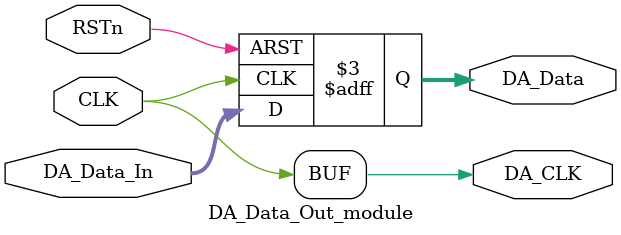
<source format=v>
module DA_Data_Out_module
(
	CLK, RSTn, DA_Data_In, DA_CLK, DA_Data
);

   input CLK;
   input RSTn;
	input [7:0]DA_Data_In;
	
   output DA_CLK; 
   output reg[7:0]DA_Data;  

   assign DA_CLK = CLK ;		

   always @( posedge CLK or negedge RSTn )
		begin
			if( !RSTn )
				DA_Data <= 0;
			else 
				DA_Data <= DA_Data_In;  
		end

endmodule
</source>
